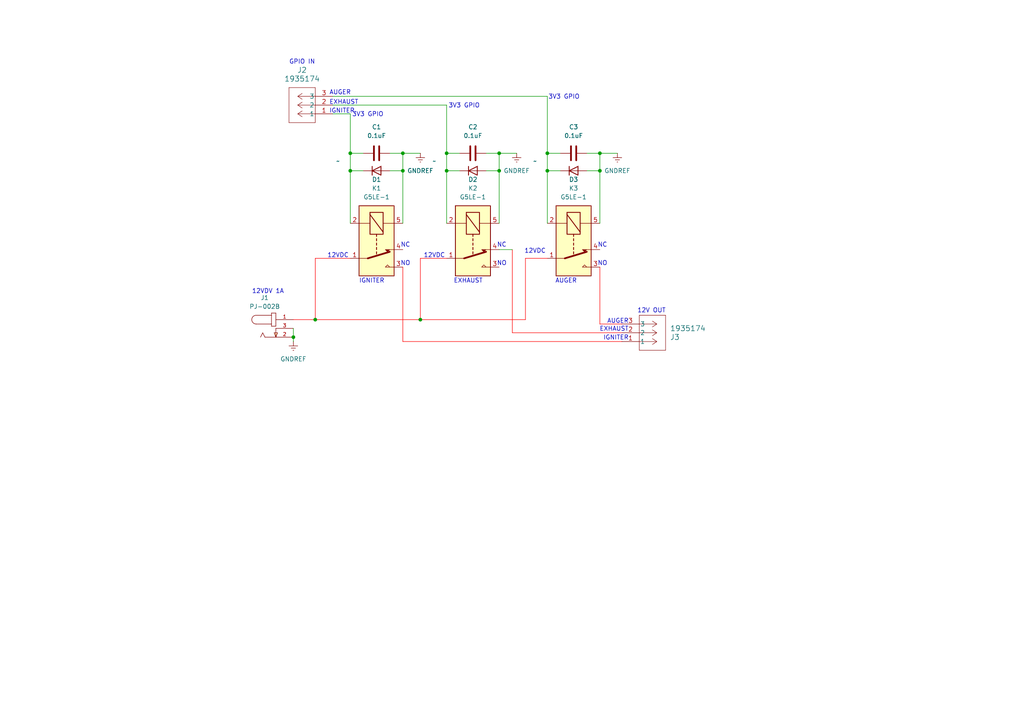
<source format=kicad_sch>
(kicad_sch (version 20231120) (generator "eeschema") (generator_version "8.0")
  (paper "A4")
  (lib_symbols
    (symbol "2024-10-28_15-39-25:1935174" (pin_names (offset 0.254))
      (property "Reference" "J" (at 8.89 6.35 0))
      (property "Value" "1935174" (at 0 0 0))
      (symbol "1935174_1_1"
        (polyline (pts (xy 5.08 -7.62) (xy 12.7 -7.62)) (stroke (width 0.127)))
        (polyline (pts (xy 5.08 2.54) (xy 5.08 -7.62)) (stroke (width 0.127)))
        (polyline (pts (xy 10.16 -5.08) (xy 5.08 -5.08)) (stroke (width 0.127)))
        (polyline (pts (xy 10.16 -5.08) (xy 8.89 -5.9267)) (stroke (width 0.127)))
        (polyline (pts (xy 10.16 -5.08) (xy 8.89 -4.2333)) (stroke (width 0.127)))
        (polyline (pts (xy 10.16 -2.54) (xy 5.08 -2.54)) (stroke (width 0.127)))
        (polyline (pts (xy 10.16 -2.54) (xy 8.89 -3.3867)) (stroke (width 0.127)))
        (polyline (pts (xy 10.16 -2.54) (xy 8.89 -1.6933)) (stroke (width 0.127)))
        (polyline (pts (xy 10.16 0) (xy 5.08 0)) (stroke (width 0.127)))
        (polyline (pts (xy 10.16 0) (xy 8.89 -0.8467)) (stroke (width 0.127)))
        (polyline (pts (xy 10.16 0) (xy 8.89 0.8467)) (stroke (width 0.127)))
        (polyline (pts (xy 12.7 -7.62) (xy 12.7 2.54)) (stroke (width 0.127)))
        (polyline (pts (xy 12.7 2.54) (xy 5.08 2.54)) (stroke (width 0.127)))
        (pin unspecified line (at 0 0 0) (length 5.08) (name "1") (number "1"))
        (pin unspecified line (at 0 -2.54 0) (length 5.08) (name "2") (number "2"))
        (pin unspecified line (at 0 -5.08 0) (length 5.08) (name "3") (number "3"))
      )
      (symbol "1935174_1_2"
        (polyline (pts (xy 5.08 -7.62) (xy 12.7 -7.62)) (stroke (width 0.127)))
        (polyline (pts (xy 5.08 2.54) (xy 5.08 -7.62)) (stroke (width 0.127)))
        (polyline (pts (xy 7.62 -5.08) (xy 5.08 -5.08)) (stroke (width 0.127)))
        (polyline (pts (xy 7.62 -5.08) (xy 8.89 -5.9267)) (stroke (width 0.127)))
        (polyline (pts (xy 7.62 -5.08) (xy 8.89 -4.2333)) (stroke (width 0.127)))
        (polyline (pts (xy 7.62 -2.54) (xy 5.08 -2.54)) (stroke (width 0.127)))
        (polyline (pts (xy 7.62 -2.54) (xy 8.89 -3.3867)) (stroke (width 0.127)))
        (polyline (pts (xy 7.62 -2.54) (xy 8.89 -1.6933)) (stroke (width 0.127)))
        (polyline (pts (xy 7.62 0) (xy 5.08 0)) (stroke (width 0.127)))
        (polyline (pts (xy 7.62 0) (xy 8.89 -0.8467)) (stroke (width 0.127)))
        (polyline (pts (xy 7.62 0) (xy 8.89 0.8467)) (stroke (width 0.127)))
        (polyline (pts (xy 12.7 -7.62) (xy 12.7 2.54)) (stroke (width 0.127)))
        (polyline (pts (xy 12.7 2.54) (xy 5.08 2.54)) (stroke (width 0.127)))
        (pin unspecified line (at 0 0 0) (length 5.08) (name "1") (number "1"))
        (pin unspecified line (at 0 -2.54 0) (length 5.08) (name "2") (number "2"))
        (pin unspecified line (at 0 -5.08 0) (length 5.08) (name "3") (number "3"))
      )
    )
    (symbol "Device:C" (pin_numbers hide) (pin_names (offset 0.254))
      (property "Reference" "C" (at 0.635 2.54 0))
      (property "Value" "C" (at 0.635 -2.54 0))
      (symbol "C_0_1"
        (polyline (pts (xy -2.032 -0.762) (xy 2.032 -0.762)) (stroke (width 0.508)))
        (polyline (pts (xy -2.032 0.762) (xy 2.032 0.762)) (stroke (width 0.508)))
      )
      (symbol "C_1_1"
        (pin passive line (at 0 3.81 270) (length 2.794) (name "~") (number "1"))
        (pin passive line (at 0 -3.81 90) (length 2.794) (name "~") (number "2"))
      )
    )
    (symbol "Device:D" (pin_numbers hide) (pin_names (offset 1.016) hide)
      (property "Reference" "D" (at 0 2.54 0))
      (property "Value" "D" (at 0 -2.54 0))
      (symbol "D_0_1"
        (polyline (pts (xy -1.27 1.27) (xy -1.27 -1.27)) (stroke (width 0.254)))
        (polyline (pts (xy 1.27 0) (xy -1.27 0)))
        (polyline (pts (xy 1.27 1.27) (xy 1.27 -1.27) (xy -1.27 0) (xy 1.27 1.27)) (stroke (width 0.254)))
      )
      (symbol "D_1_1"
        (pin passive line (at -3.81 0 0) (length 2.54) (name "K") (number "1"))
        (pin passive line (at 3.81 0 180) (length 2.54) (name "A") (number "2"))
      )
    )
    (symbol "PJ-002B:PJ-002B" (pin_names (offset 1.016) hide)
      (property "Reference" "J" (at -7.6454 5.08 0))
      (property "Value" "PJ-002B" (at -7.62 -5.08 0))
      (symbol "PJ-002B_0_0"
        (arc (start -5.715 3.81) (mid -6.985 2.54) (end -5.715 1.27) (stroke (width 0.1524)))
        (polyline (pts (xy -5.715 3.81) (xy -1.27 3.81)) (stroke (width 0.1524)))
        (polyline (pts (xy -3.81 -1.27) (xy -4.445 -2.54)) (stroke (width 0.1524)))
        (polyline (pts (xy -3.175 -2.54) (xy -3.81 -1.27)) (stroke (width 0.1524)))
        (polyline (pts (xy -1.27 0.635) (xy 0 0.635)) (stroke (width 0.1524)))
        (polyline (pts (xy -1.27 1.27) (xy -5.715 1.27)) (stroke (width 0.1524)))
        (polyline (pts (xy -1.27 1.27) (xy -1.27 0.635)) (stroke (width 0.1524)))
        (polyline (pts (xy -1.27 3.81) (xy -1.27 1.27)) (stroke (width 0.1524)))
        (polyline (pts (xy -1.27 4.445) (xy -1.27 3.81)) (stroke (width 0.1524)))
        (polyline (pts (xy 0 -2.54) (xy -3.175 -2.54)) (stroke (width 0.1524)))
        (polyline (pts (xy 0 0) (xy 0 -2.54)) (stroke (width 0.1524)))
        (polyline (pts (xy 0 0.635) (xy 0 4.445)) (stroke (width 0.1524)))
        (polyline (pts (xy 0 4.445) (xy -1.27 4.445)) (stroke (width 0.1524)))
        (polyline (pts (xy 0 -2.54) (xy -0.508 -1.27) (xy 0.508 -1.27) (xy 0 -2.54)) (stroke (width 0.1524)) (fill (type background)))
        (pin passive line (at 5.08 2.54 180) (length 5.08) (name "~") (number "1"))
        (pin passive line (at 5.08 -2.54 180) (length 5.08) (name "~") (number "2"))
        (pin passive line (at 5.08 0 180) (length 5.08) (name "~") (number "3"))
      )
    )
    (symbol "Relay:G5LE-1"
      (property "Reference" "K" (at 11.43 3.81 0))
      (property "Value" "G5LE-1" (at 11.43 1.27 0))
      (symbol "G5LE-1_0_0"
        (polyline (pts (xy 7.62 5.08) (xy 7.62 2.54) (xy 6.985 3.175) (xy 7.62 3.81)))
      )
      (symbol "G5LE-1_0_1"
        (rectangle (start -10.16 5.08) (end 10.16 -5.08) (stroke (width 0.254)) (fill (type background)))
        (rectangle (start -8.255 1.905) (end -1.905 -1.905) (stroke (width 0.254)))
        (polyline (pts (xy -7.62 -1.905) (xy -2.54 1.905)) (stroke (width 0.254)))
        (polyline (pts (xy -5.08 -5.08) (xy -5.08 -1.905)))
        (polyline (pts (xy -5.08 5.08) (xy -5.08 1.905)))
        (polyline (pts (xy -1.905 0) (xy -1.27 0)) (stroke (width 0.254)))
        (polyline (pts (xy -0.635 0) (xy 0 0)) (stroke (width 0.254)))
        (polyline (pts (xy 0.635 0) (xy 1.27 0)) (stroke (width 0.254)))
        (polyline (pts (xy 1.905 0) (xy 2.54 0)) (stroke (width 0.254)))
        (polyline (pts (xy 3.175 0) (xy 3.81 0)) (stroke (width 0.254)))
        (polyline (pts (xy 5.08 -2.54) (xy 3.175 3.81)) (stroke (width 0.508)))
        (polyline (pts (xy 5.08 -2.54) (xy 5.08 -5.08)))
        (polyline (pts (xy 2.54 5.08) (xy 2.54 2.54) (xy 3.175 3.175) (xy 2.54 3.81)) (fill (type outline)))
      )
      (symbol "G5LE-1_1_1"
        (pin passive line (at 5.08 -7.62 90) (length 2.54) (name "~") (number "1"))
        (pin passive line (at -5.08 -7.62 90) (length 2.54) (name "~") (number "2"))
        (pin passive line (at 7.62 7.62 270) (length 2.54) (name "~") (number "3"))
        (pin passive line (at 2.54 7.62 270) (length 2.54) (name "~") (number "4"))
        (pin passive line (at -5.08 7.62 270) (length 2.54) (name "~") (number "5"))
      )
    )
    (symbol "power:GNDREF" (power) (pin_numbers hide) (pin_names (offset 0) hide)
      (property "Value" "GNDREF" (at 0 -3.81 0))
      (symbol "GNDREF_0_1"
        (polyline (pts (xy -0.635 -1.905) (xy 0.635 -1.905)))
        (polyline (pts (xy -0.127 -2.54) (xy 0.127 -2.54)))
        (polyline (pts (xy 0 -1.27) (xy 0 0)))
        (polyline (pts (xy 1.27 -1.27) (xy -1.27 -1.27)))
      )
      (symbol "GNDREF_1_1"
        (pin power_in line (at 0 0 270) (length 0) (name "~") (number "1"))
      )
    )
  )
  (junction (at 144.78 44.45))
  (junction (at 158.75 44.45))
  (junction (at 116.84 49.53))
  (junction (at 121.92 92.71))
  (junction (at 158.75 49.53))
  (junction (at 85.09 97.79))
  (junction (at 144.78 49.53))
  (junction (at 116.84 44.45))
  (junction (at 101.6 44.45))
  (junction (at 129.54 49.53))
  (junction (at 173.99 44.45))
  (junction (at 91.44 92.71))
  (junction (at 173.99 49.53))
  (junction (at 101.6 49.53))
  (junction (at 129.54 44.45))
  (wire (pts (xy 96.52 33.02) (xy 101.6 33.02)))
  (wire (pts (xy 144.78 72.39) (xy 148.59 72.39)))
  (wire (pts (xy 116.84 49.53) (xy 116.84 64.77)))
  (wire (pts (xy 158.75 44.45) (xy 158.75 27.94)))
  (wire (pts (xy 144.78 44.45) (xy 140.97 44.45)))
  (wire (pts (xy 173.99 44.45) (xy 173.99 49.53)))
  (wire (pts (xy 158.75 49.53) (xy 162.56 49.53)))
  (wire (pts (xy 121.92 92.71) (xy 152.4 92.71)) (stroke (width 0) (color 255 0 4 1)))
  (wire (pts (xy 101.6 44.45) (xy 101.6 49.53)))
  (wire (pts (xy 129.54 44.45) (xy 129.54 30.48)))
  (wire (pts (xy 116.84 44.45) (xy 116.84 49.53)))
  (wire (pts (xy 158.75 44.45) (xy 158.75 49.53)))
  (wire (pts (xy 140.97 49.53) (xy 144.78 49.53)))
  (wire (pts (xy 149.86 44.45) (xy 144.78 44.45)))
  (wire (pts (xy 85.09 99.06) (xy 85.09 97.79)))
  (wire (pts (xy 96.52 30.48) (xy 129.54 30.48)))
  (wire (pts (xy 129.54 44.45) (xy 129.54 49.53)))
  (wire (pts (xy 101.6 49.53) (xy 101.6 64.77)))
  (wire (pts (xy 101.6 44.45) (xy 101.6 33.02)))
  (wire (pts (xy 121.92 44.45) (xy 116.84 44.45)))
  (wire (pts (xy 85.09 92.71) (xy 91.44 92.71)) (stroke (width 0) (color 255 0 4 1)))
  (wire (pts (xy 116.84 44.45) (xy 113.03 44.45)))
  (wire (pts (xy 129.54 49.53) (xy 129.54 64.77)))
  (wire (pts (xy 121.92 74.93) (xy 121.92 92.71)) (stroke (width 0) (color 255 0 4 1)))
  (wire (pts (xy 148.59 96.52) (xy 180.34 96.52)) (stroke (width 0) (color 255 0 0 1)))
  (wire (pts (xy 152.4 74.93) (xy 158.75 74.93)) (stroke (width 0) (color 255 0 4 1)))
  (wire (pts (xy 96.52 27.94) (xy 158.75 27.94)))
  (wire (pts (xy 173.99 44.45) (xy 170.18 44.45)))
  (wire (pts (xy 173.99 77.47) (xy 173.99 93.98)) (stroke (width 0) (color 255 0 0 1)))
  (wire (pts (xy 158.75 49.53) (xy 158.75 64.77)))
  (wire (pts (xy 179.07 44.45) (xy 173.99 44.45)))
  (wire (pts (xy 162.56 44.45) (xy 158.75 44.45)))
  (wire (pts (xy 85.09 95.25) (xy 85.09 97.79)))
  (wire (pts (xy 173.99 49.53) (xy 173.99 64.77)))
  (wire (pts (xy 173.99 93.98) (xy 180.34 93.98)) (stroke (width 0) (color 255 0 0 1)))
  (wire (pts (xy 113.03 49.53) (xy 116.84 49.53)))
  (wire (pts (xy 133.35 44.45) (xy 129.54 44.45)))
  (wire (pts (xy 116.84 99.06) (xy 180.34 99.06)) (stroke (width 0) (color 255 0 0 1)))
  (wire (pts (xy 101.6 49.53) (xy 105.41 49.53)))
  (wire (pts (xy 121.92 74.93) (xy 129.54 74.93)) (stroke (width 0) (color 255 0 4 1)))
  (wire (pts (xy 91.44 74.93) (xy 101.6 74.93)) (stroke (width 0) (color 255 0 4 1)))
  (wire (pts (xy 91.44 92.71) (xy 121.92 92.71)) (stroke (width 0) (color 255 0 4 1)))
  (wire (pts (xy 144.78 49.53) (xy 144.78 64.77)))
  (wire (pts (xy 170.18 49.53) (xy 173.99 49.53)))
  (wire (pts (xy 129.54 49.53) (xy 133.35 49.53)))
  (wire (pts (xy 148.59 72.39) (xy 148.59 96.52)) (stroke (width 0) (color 255 0 0 1)))
  (wire (pts (xy 91.44 92.71) (xy 91.44 74.93)) (stroke (width 0) (color 255 0 4 1)))
  (wire (pts (xy 116.84 77.47) (xy 116.84 99.06)) (stroke (width 0) (color 255 0 0 1)))
  (wire (pts (xy 152.4 92.71) (xy 152.4 74.93)) (stroke (width 0) (color 255 0 4 1)))
  (wire (pts (xy 144.78 44.45) (xy 144.78 49.53)))
  (wire (pts (xy 105.41 44.45) (xy 101.6 44.45)))
  (text "IGNITER" (at 182.372 98.044 0) (effects (font (size 1.27 1.27)) (justify right)))
  (text "3V3 GPIO" (at 134.62 30.734 0) (effects (font (size 1.27 1.27))))
  (text "AUGER" (at 161.036 81.534 0) (effects (font (size 1.27 1.27)) (justify left)))
  (text "NC" (at 117.602 71.12 0) (effects (font (size 1.27 1.27))))
  (text "NO" (at 117.602 76.454 0) (effects (font (size 1.27 1.27))))
  (text "GPIO IN" (at 87.63 18.034 0) (effects (font (size 1.27 1.27))))
  (text "EXHAUST" (at 95.504 29.718 0) (effects (font (size 1.27 1.27)) (justify left)))
  (text "12VDC" (at 155.194 72.898 0) (effects (font (size 1.27 1.27))))
  (text "AUGER" (at 182.372 93.218 0) (effects (font (size 1.27 1.27)) (justify right)))
  (text "NO" (at 145.542 76.454 0) (effects (font (size 1.27 1.27))))
  (text "12V OUT" (at 188.976 90.17 0) (effects (font (size 1.27 1.27))))
  (text "EXHAUST" (at 182.372 95.504 0) (effects (font (size 1.27 1.27)) (justify right)))
  (text "NC" (at 145.542 71.12 0) (effects (font (size 1.27 1.27))))
  (text "AUGER" (at 95.504 26.924 0) (effects (font (size 1.27 1.27)) (justify left)))
  (text "IGNITER" (at 104.14 81.534 0) (effects (font (size 1.27 1.27)) (justify left)))
  (text "IGNITER" (at 95.504 32.258 0) (effects (font (size 1.27 1.27)) (justify left)))
  (text "3V3 GPIO" (at 163.576 28.194 0) (effects (font (size 1.27 1.27))))
  (text "12VDV 1A" (at 77.724 84.582 0) (effects (font (size 1.27 1.27))))
  (text "3V3 GPIO" (at 106.68 33.274 0) (effects (font (size 1.27 1.27))))
  (text "NC" (at 174.752 71.12 0) (effects (font (size 1.27 1.27))))
  (text "EXHAUST" (at 131.572 81.534 0) (effects (font (size 1.27 1.27)) (justify left)))
  (text "NO" (at 174.752 76.454 0) (effects (font (size 1.27 1.27))))
  (text "12VDC" (at 98.044 74.168 0) (effects (font (size 1.27 1.27))))
  (text "12VDC" (at 125.984 74.168 0) (effects (font (size 1.27 1.27))))
  (symbol (lib_id "Device:C") (at 166.37 44.45 90) (unit 1)
    (property "Reference" "C3" (at 166.37 36.83 90))
    (property "Value" "0.1uF" (at 166.37 39.37 90))
    (property "Description" "Unpolarized capacitor" (effects (hide yes)))
  )
  (symbol (lib_id "Device:D") (at 137.16 49.53 0) (unit 1)
    (property "Reference" "D2" (at 137.16 52.07 0))
    (property "Value" "~" (at 125.984 46.736 0))
    (property "Description" "Diode" (effects (hide yes)))
    (property "Sim.Device" "D" (effects (hide yes)))
    (property "Sim.Pins" "1=K 2=A" (effects (hide yes)))
  )
  (symbol (lib_id "power:GNDREF") (at 179.07 44.45 0) (unit 1)
    (property "Reference" "#PWR04" (effects (hide yes)))
    (property "Value" "GNDREF" (at 179.07 49.53 0))
    (property "Description" "Power symbol creates a global label with name \"GNDREF\" , reference supply ground" (effects (hide yes)))
  )
  (symbol (lib_id "2024-10-28_15-39-25:1935174") (at 96.52 33.02 180) (unit 1)
    (property "Reference" "J2" (at 87.63 20.32 0) (effects (font (size 1.524 1.524))))
    (property "Value" "1935174" (at 87.63 22.86 0) (effects (font (size 1.524 1.524))))
    (property "Footprint" "CONN_1935174_PXC" (effects (hide yes)))
    (property "Datasheet" "1935174" (effects (hide yes)))
  )
  (symbol (lib_id "2024-10-28_15-39-25:1935174") (at 180.34 99.06 0) (mirror x) (unit 1)
    (property "Reference" "J3" (at 194.31 97.7901 0) (effects (font (size 1.524 1.524)) (justify left)))
    (property "Value" "1935174" (at 194.31 95.2501 0) (effects (font (size 1.524 1.524)) (justify left)))
    (property "Footprint" "CONN_1935174_PXC" (effects (hide yes)))
    (property "Datasheet" "1935174" (effects (hide yes)))
  )
  (symbol (lib_id "Device:D") (at 166.37 49.53 0) (unit 1)
    (property "Reference" "D3" (at 166.37 52.07 0))
    (property "Value" "~" (at 155.194 46.736 0))
    (property "Description" "Diode" (effects (hide yes)))
    (property "Sim.Device" "D" (effects (hide yes)))
    (property "Sim.Pins" "1=K 2=A" (effects (hide yes)))
  )
  (symbol (lib_id "Device:C") (at 109.22 44.45 90) (unit 1)
    (property "Reference" "C1" (at 109.22 36.83 90))
    (property "Value" "0.1uF" (at 109.22 39.37 90))
    (property "Description" "Unpolarized capacitor" (effects (hide yes)))
  )
  (symbol (lib_id "Device:C") (at 137.16 44.45 90) (unit 1)
    (property "Reference" "C2" (at 137.16 36.83 90))
    (property "Value" "0.1uF" (at 137.16 39.37 90))
    (property "Description" "Unpolarized capacitor" (effects (hide yes)))
  )
  (symbol (lib_id "PJ-002B:PJ-002B") (at 80.01 95.25 0) (unit 1)
    (property "Reference" "J1" (at 76.7715 86.36 0))
    (property "Value" "PJ-002B" (at 76.7715 88.9 0))
    (property "Footprint" "CUI_PJ-002B" (effects (hide yes)))
    (property "MANUFACTURER" "CUI INC" (effects (hide yes)))
    (property "STANDARD" "Manufacturer recommendations" (effects (hide yes)))
  )
  (symbol (lib_id "power:GNDREF") (at 149.86 44.45 0) (unit 1)
    (property "Reference" "#PWR03" (effects (hide yes)))
    (property "Value" "GNDREF" (at 149.86 49.53 0))
    (property "Description" "Power symbol creates a global label with name \"GNDREF\" , reference supply ground" (effects (hide yes)))
  )
  (symbol (lib_id "Relay:G5LE-1") (at 166.37 69.85 270) (unit 1)
    (property "Reference" "K3" (at 166.37 54.61 90))
    (property "Value" "G5LE-1" (at 166.37 57.15 90))
    (property "Footprint" "Relay_THT:Relay_SPDT_Omron-G5LE-1" (effects (hide yes)))
    (property "Datasheet" "http://www.omron.com/ecb/products/pdf/en-g5le.pdf" (effects (hide yes)))
    (property "Description" "Omron G5LE relay, Miniature Single Pole, SPDT, 10A" (effects (hide yes)))
  )
  (symbol (lib_id "Device:D") (at 109.22 49.53 0) (unit 1)
    (property "Reference" "D1" (at 109.22 52.07 0))
    (property "Value" "~" (at 98.044 46.736 0))
    (property "Description" "Diode" (effects (hide yes)))
    (property "Sim.Device" "D" (effects (hide yes)))
    (property "Sim.Pins" "1=K 2=A" (effects (hide yes)))
  )
  (symbol (lib_id "power:GNDREF") (at 85.09 99.06 0) (unit 1)
    (property "Reference" "#PWR01" (effects (hide yes)))
    (property "Value" "GNDREF" (at 85.09 104.14 0))
    (property "Description" "Power symbol creates a global label with name \"GNDREF\" , reference supply ground" (effects (hide yes)))
  )
  (symbol (lib_id "Relay:G5LE-1") (at 109.22 69.85 270) (unit 1)
    (property "Reference" "K1" (at 109.22 54.61 90))
    (property "Value" "G5LE-1" (at 109.22 57.15 90))
    (property "Footprint" "Relay_THT:Relay_SPDT_Omron-G5LE-1" (effects (hide yes)))
    (property "Datasheet" "http://www.omron.com/ecb/products/pdf/en-g5le.pdf" (effects (hide yes)))
    (property "Description" "Omron G5LE relay, Miniature Single Pole, SPDT, 10A" (effects (hide yes)))
  )
  (symbol (lib_id "power:GNDREF") (at 121.92 44.45 0) (unit 1)
    (property "Reference" "#PWR02" (effects (hide yes)))
    (property "Value" "GNDREF" (at 121.92 49.53 0))
    (property "Description" "Power symbol creates a global label with name \"GNDREF\" , reference supply ground" (effects (hide yes)))
  )
  (symbol (lib_id "Relay:G5LE-1") (at 137.16 69.85 270) (unit 1)
    (property "Reference" "K2" (at 137.16 54.61 90))
    (property "Value" "G5LE-1" (at 137.16 57.15 90))
    (property "Footprint" "Relay_THT:Relay_SPDT_Omron-G5LE-1" (effects (hide yes)))
    (property "Datasheet" "http://www.omron.com/ecb/products/pdf/en-g5le.pdf" (effects (hide yes)))
    (property "Description" "Omron G5LE relay, Miniature Single Pole, SPDT, 10A" (effects (hide yes)))
  )
)
</source>
